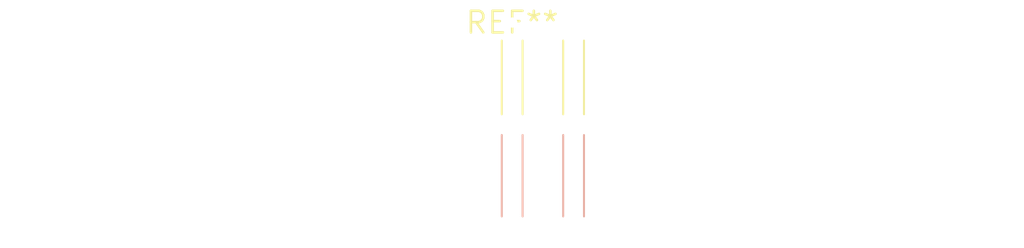
<source format=kicad_pcb>
(kicad_pcb (version 20240108) (generator pcbnew)
  (layers (0 "F.Cu" signal) (31 "B.Cu" signal) (34 "B.Paste" user) (35 "F.Paste" user) (36 "B.SilkS" user "B.Silkscreen") (37 "F.SilkS" user "F.Silkscreen") (38 "B.Mask" user) (39 "F.Mask" user) (44 "Edge.Cuts" user))
  (net 0 "")
  (footprint "SolderWire-0.1sqmm_1x02_P3.6mm_D0.4mm_OD1mm_Relief2x" (layer "F.Cu") (at 0 0)
    (property "Reference" "REF**")
    (property "Value" "SolderWire-0.1sqmm_1x02_P3.6mm_D0.4mm_OD1mm_Relief2x")
    (fp_line (start -0.61 6.61) (end -0.61 11.39) (layer "B.SilkS") (stroke (width 0.12)))
    (fp_line (start 0.61 6.61) (end 0.61 11.39) (layer "B.SilkS") (stroke (width 0.12)))
    (fp_line (start 2.99 6.61) (end 2.99 11.39) (layer "B.SilkS") (stroke (width 0.12)))
    (fp_line (start 4.21 6.61) (end 4.21 11.39) (layer "B.SilkS") (stroke (width 0.12)))
    (fp_line (start -0.61 1.06) (end -0.61 5.39) (layer "F.SilkS") (stroke (width 0.12)))
    (fp_line (start 0.61 1.06) (end 0.61 5.39) (layer "F.SilkS") (stroke (width 0.12)))
    (fp_line (start 2.99 1.06) (end 2.99 5.39) (layer "F.SilkS") (stroke (width 0.12)))
    (fp_line (start 4.21 1.06) (end 4.21 5.39) (layer "F.SilkS") (stroke (width 0.12)))
    (pad "" np_thru_hole circle (at 0 6) (size 1.5 1.5) (drill 1.5) (layers *.Cu *.Mask))
    (pad "" np_thru_hole circle (at 0 12) (size 1.5 1.5) (drill 1.5) (layers *.Cu *.Mask))
    (pad "" np_thru_hole circle (at 3.6 6) (size 1.5 1.5) (drill 1.5) (layers *.Cu *.Mask))
    (pad "" np_thru_hole circle (at 3.6 12) (size 1.5 1.5) (drill 1.5) (layers *.Cu *.Mask))
    (pad "1" thru_hole roundrect (at 0 0) (size 1.6 1.6) (drill 0.6) (layers *.Cu *.Mask) (remove_unused_layers) (roundrect_rratio 0.15625))
    (pad "2" thru_hole circle (at 3.6 0) (size 1.6 1.6) (drill 0.6) (layers *.Cu *.Mask) (remove_unused_layers))
  )
)
</source>
